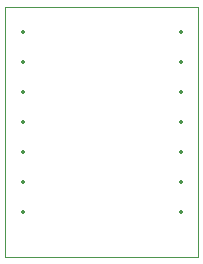
<source format=gko>
%TF.GenerationSoftware,KiCad,Pcbnew,8.0.4*%
%TF.CreationDate,2024-09-19T15:03:18-03:00*%
%TF.ProjectId,PCBWay-Module_TA6586,50434257-6179-42d4-9d6f-64756c655f54,rev?*%
%TF.SameCoordinates,Original*%
%TF.FileFunction,Profile,NP*%
%FSLAX46Y46*%
G04 Gerber Fmt 4.6, Leading zero omitted, Abs format (unit mm)*
G04 Created by KiCad (PCBNEW 8.0.4) date 2024-09-19 15:03:18*
%MOMM*%
%LPD*%
G01*
G04 APERTURE LIST*
%TA.AperFunction,Profile*%
%ADD10C,0.100000*%
%TD*%
%ADD11C,0.350000*%
G04 APERTURE END LIST*
D10*
X138500000Y-67350000D02*
X154800000Y-67350000D01*
X154800000Y-88550000D01*
X138500000Y-88550000D01*
X138500000Y-67350000D01*
D11*
X140000000Y-69500000D03*
X140000000Y-72040000D03*
X140000000Y-74580000D03*
X140000000Y-77120000D03*
X140000000Y-79660000D03*
X140000000Y-82200000D03*
X140000000Y-84740000D03*
X153400000Y-69500000D03*
X153400000Y-72040000D03*
X153400000Y-74580000D03*
X153400000Y-77120000D03*
X153400000Y-79660000D03*
X153400000Y-82200000D03*
X153400000Y-84740000D03*
M02*

</source>
